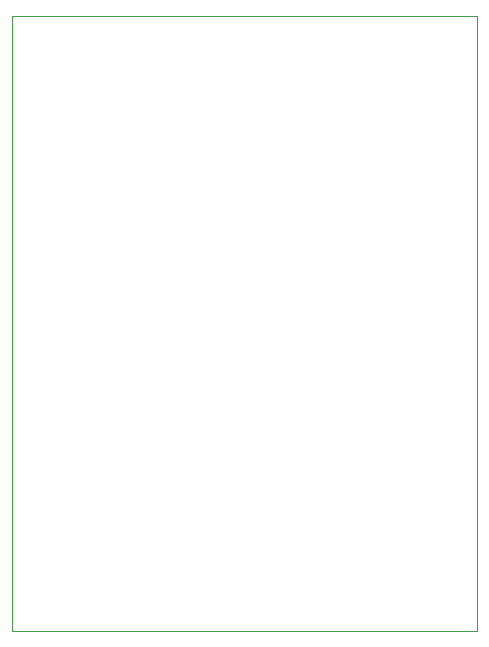
<source format=gbr>
%TF.GenerationSoftware,KiCad,Pcbnew,(6.0.9-0)*%
%TF.CreationDate,2022-12-20T01:23:07-08:00*%
%TF.ProjectId,OSKI8_REGISTER,4f534b49-385f-4524-9547-49535445522e,rev?*%
%TF.SameCoordinates,Original*%
%TF.FileFunction,Profile,NP*%
%FSLAX46Y46*%
G04 Gerber Fmt 4.6, Leading zero omitted, Abs format (unit mm)*
G04 Created by KiCad (PCBNEW (6.0.9-0)) date 2022-12-20 01:23:07*
%MOMM*%
%LPD*%
G01*
G04 APERTURE LIST*
%TA.AperFunction,Profile*%
%ADD10C,0.100000*%
%TD*%
G04 APERTURE END LIST*
D10*
X132080000Y-111760000D02*
X171450000Y-111760000D01*
X171450000Y-111760000D02*
X171450000Y-59690000D01*
X171450000Y-59690000D02*
X132080000Y-59690000D01*
X132080000Y-59690000D02*
X132080000Y-111760000D01*
M02*

</source>
